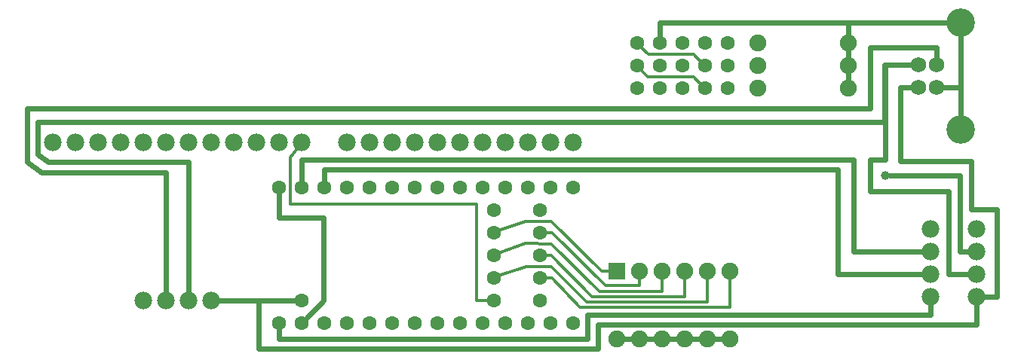
<source format=gtl>
G04 MADE WITH FRITZING*
G04 WWW.FRITZING.ORG*
G04 DOUBLE SIDED*
G04 HOLES PLATED*
G04 CONTOUR ON CENTER OF CONTOUR VECTOR*
%ASAXBY*%
%FSLAX23Y23*%
%MOIN*%
%OFA0B0*%
%SFA1.0B1.0*%
%ADD10C,0.039370*%
%ADD11C,0.078000*%
%ADD12C,0.075000*%
%ADD13C,0.062992*%
%ADD14C,0.068000*%
%ADD15C,0.126000*%
%ADD16R,0.075000X0.075000*%
%ADD17C,0.024000*%
%ADD18C,0.012000*%
%LNCOPPER1*%
G90*
G70*
G54D10*
X3963Y808D03*
G54D11*
X683Y257D03*
X783Y257D03*
X883Y257D03*
X983Y257D03*
X283Y957D03*
X383Y957D03*
X483Y957D03*
X583Y957D03*
X683Y957D03*
X783Y957D03*
X883Y957D03*
X983Y957D03*
X1083Y957D03*
X1183Y957D03*
X1283Y957D03*
X1383Y957D03*
X1583Y957D03*
X1683Y957D03*
X1783Y957D03*
X1883Y957D03*
X1983Y957D03*
X2083Y957D03*
X2183Y957D03*
X2283Y957D03*
X2383Y957D03*
X2483Y957D03*
X2583Y957D03*
G54D12*
X2777Y386D03*
X2777Y86D03*
X2877Y386D03*
X2877Y86D03*
X2977Y386D03*
X2977Y86D03*
X3077Y386D03*
X3077Y86D03*
X3177Y386D03*
X3177Y86D03*
X3277Y386D03*
X3277Y86D03*
X2777Y386D03*
X2777Y86D03*
X2877Y386D03*
X2877Y86D03*
X2977Y386D03*
X2977Y86D03*
X3077Y386D03*
X3077Y86D03*
X3177Y386D03*
X3177Y86D03*
X3277Y386D03*
X3277Y86D03*
G54D13*
X1284Y157D03*
X1384Y157D03*
X1484Y157D03*
X1584Y157D03*
X1684Y157D03*
X1784Y157D03*
X1884Y157D03*
X1984Y157D03*
X2084Y157D03*
X2184Y157D03*
X2284Y157D03*
X2384Y157D03*
X2484Y157D03*
X2584Y157D03*
X1284Y157D03*
X1384Y157D03*
X1484Y157D03*
X1584Y157D03*
X1684Y157D03*
X1784Y157D03*
X1884Y157D03*
X1984Y157D03*
X2084Y157D03*
X2184Y157D03*
X2284Y157D03*
X2384Y157D03*
X2484Y157D03*
X2584Y157D03*
X1283Y757D03*
X1383Y757D03*
X1483Y757D03*
X1583Y757D03*
X1683Y757D03*
X1783Y757D03*
X1883Y757D03*
X1983Y757D03*
X2083Y757D03*
X2183Y757D03*
X2283Y757D03*
X2383Y757D03*
X2483Y757D03*
X2583Y757D03*
X1283Y757D03*
X1383Y757D03*
X1483Y757D03*
X1583Y757D03*
X1683Y757D03*
X1783Y757D03*
X1883Y757D03*
X1983Y757D03*
X2083Y757D03*
X2183Y757D03*
X2283Y757D03*
X2383Y757D03*
X2483Y757D03*
X2583Y757D03*
X2233Y656D03*
X2233Y556D03*
X2233Y456D03*
X2233Y356D03*
X2233Y256D03*
X2233Y656D03*
X2233Y556D03*
X2233Y456D03*
X2233Y356D03*
X2233Y256D03*
X2436Y657D03*
X2436Y557D03*
X2436Y457D03*
X2436Y357D03*
X2436Y257D03*
X2436Y657D03*
X2436Y557D03*
X2436Y457D03*
X2436Y357D03*
X2436Y257D03*
X1383Y256D03*
X1383Y256D03*
G54D14*
X4110Y1200D03*
X4110Y1298D03*
X4188Y1298D03*
X4188Y1200D03*
G54D15*
X4295Y1012D03*
X4295Y1486D03*
G54D14*
X4110Y1200D03*
X4110Y1298D03*
X4188Y1298D03*
X4188Y1200D03*
G54D15*
X4295Y1012D03*
X4295Y1486D03*
G54D13*
X3265Y1195D03*
X3165Y1195D03*
X3065Y1195D03*
X2965Y1195D03*
X2865Y1195D03*
X3265Y1195D03*
X3165Y1195D03*
X3065Y1195D03*
X2965Y1195D03*
X2865Y1195D03*
X3265Y1295D03*
X3165Y1295D03*
X3065Y1295D03*
X2965Y1295D03*
X2865Y1295D03*
X3265Y1295D03*
X3165Y1295D03*
X3065Y1295D03*
X2965Y1295D03*
X2865Y1295D03*
X3265Y1395D03*
X3165Y1395D03*
X3065Y1395D03*
X2965Y1395D03*
X2865Y1395D03*
X3265Y1395D03*
X3165Y1395D03*
X3065Y1395D03*
X2965Y1395D03*
X2865Y1395D03*
G54D12*
X3398Y1195D03*
X3798Y1195D03*
X3398Y1195D03*
X3798Y1195D03*
X3399Y1297D03*
X3799Y1297D03*
X3399Y1297D03*
X3799Y1297D03*
X3399Y1395D03*
X3799Y1395D03*
X3399Y1395D03*
X3799Y1395D03*
G54D11*
X4164Y571D03*
X4164Y471D03*
X4164Y371D03*
X4164Y271D03*
X4367Y571D03*
X4367Y471D03*
X4367Y371D03*
X4367Y271D03*
G54D16*
X2777Y386D03*
X2777Y386D03*
G54D17*
X3961Y1298D02*
X4085Y1298D01*
D02*
X4028Y1200D02*
X4028Y871D01*
G54D18*
D02*
X2157Y256D02*
X2212Y256D01*
D02*
X2157Y681D02*
X2157Y256D01*
D02*
X1333Y681D02*
X2157Y681D01*
D02*
X1333Y890D02*
X1333Y681D01*
D02*
X1369Y937D02*
X1333Y890D01*
G54D17*
D02*
X4241Y1486D02*
X2965Y1486D01*
D02*
X2965Y1486D02*
X2965Y1422D01*
D02*
X3799Y1486D02*
X3799Y1423D01*
D02*
X4241Y1486D02*
X3799Y1486D01*
D02*
X4164Y192D02*
X4164Y240D01*
D02*
X2646Y192D02*
X4164Y192D01*
D02*
X2646Y86D02*
X2646Y192D01*
D02*
X1284Y86D02*
X2646Y86D01*
D02*
X1284Y130D02*
X1284Y86D01*
D02*
X2693Y150D02*
X4367Y150D01*
D02*
X4367Y150D02*
X4367Y240D01*
D02*
X2693Y42D02*
X2693Y150D01*
D02*
X1194Y256D02*
X1194Y42D01*
D02*
X1194Y42D02*
X2693Y42D01*
D02*
X1356Y256D02*
X1194Y256D01*
D02*
X1283Y623D02*
X1283Y730D01*
D02*
X1480Y623D02*
X1283Y623D01*
D02*
X1480Y257D02*
X1480Y623D01*
D02*
X1403Y176D02*
X1480Y257D01*
D02*
X233Y823D02*
X169Y868D01*
D02*
X783Y823D02*
X233Y823D01*
D02*
X169Y868D02*
X169Y1106D01*
D02*
X169Y1106D02*
X3896Y1106D01*
D02*
X3896Y1106D02*
X3896Y1374D01*
D02*
X3896Y1374D02*
X4188Y1374D01*
D02*
X4188Y1374D02*
X4188Y1323D01*
D02*
X216Y903D02*
X264Y870D01*
D02*
X264Y870D02*
X883Y870D01*
D02*
X216Y1046D02*
X216Y903D01*
D02*
X3960Y1046D02*
X216Y1046D01*
D02*
X3960Y1298D02*
X3960Y1046D01*
D02*
X4085Y1298D02*
X3960Y1298D01*
D02*
X883Y870D02*
X883Y287D01*
D02*
X783Y823D02*
X783Y287D01*
D02*
X1356Y256D02*
X1013Y257D01*
D02*
X4028Y1200D02*
X4085Y1200D01*
D02*
X4295Y1066D02*
X4295Y1432D01*
D02*
X4295Y1200D02*
X4213Y1200D01*
D02*
X4295Y1066D02*
X4295Y1200D01*
G54D18*
D02*
X2489Y357D02*
X2614Y225D01*
D02*
X2614Y225D02*
X3277Y225D01*
D02*
X3277Y225D02*
X3277Y362D01*
D02*
X2457Y357D02*
X2489Y357D01*
D02*
X2487Y407D02*
X2375Y407D01*
D02*
X2641Y249D02*
X2487Y407D01*
D02*
X2375Y407D02*
X2253Y364D01*
D02*
X3177Y249D02*
X2641Y249D01*
D02*
X3177Y362D02*
X3177Y249D01*
D02*
X2487Y455D02*
X2457Y456D01*
D02*
X2667Y273D02*
X2487Y455D01*
D02*
X3077Y273D02*
X2667Y273D01*
D02*
X3077Y362D02*
X3077Y273D01*
D02*
X2700Y296D02*
X2977Y296D01*
D02*
X2486Y507D02*
X2700Y296D01*
D02*
X2373Y509D02*
X2486Y507D01*
D02*
X2977Y296D02*
X2977Y362D01*
D02*
X2253Y464D02*
X2373Y509D01*
D02*
X2489Y557D02*
X2457Y557D01*
D02*
X2727Y322D02*
X2489Y557D01*
D02*
X2877Y322D02*
X2727Y322D01*
D02*
X2877Y362D02*
X2877Y322D01*
D02*
X2710Y385D02*
X2486Y607D01*
D02*
X2373Y607D02*
X2253Y564D01*
D02*
X2486Y607D02*
X2373Y607D01*
D02*
X2754Y385D02*
X2710Y385D01*
D02*
X2913Y1246D02*
X3115Y1244D01*
D02*
X3115Y1244D02*
X3150Y1210D01*
D02*
X2880Y1280D02*
X2913Y1246D01*
D02*
X2915Y1346D02*
X3115Y1346D01*
D02*
X3115Y1346D02*
X3150Y1310D01*
D02*
X2880Y1380D02*
X2915Y1346D01*
G54D17*
D02*
X3248Y86D02*
X3205Y86D01*
D02*
X3148Y86D02*
X3105Y86D01*
D02*
X3048Y86D02*
X3005Y86D01*
D02*
X2948Y86D02*
X2905Y86D01*
D02*
X2848Y86D02*
X2805Y86D01*
D02*
X3799Y1366D02*
X3799Y1325D01*
D02*
X3799Y1268D02*
X3798Y1224D01*
D02*
X1383Y879D02*
X1383Y783D01*
D02*
X3824Y879D02*
X1383Y879D01*
D02*
X3824Y471D02*
X3824Y879D01*
D02*
X4134Y471D02*
X3824Y471D01*
D02*
X1483Y834D02*
X1483Y783D01*
D02*
X3754Y371D02*
X3754Y834D01*
D02*
X3754Y834D02*
X1483Y834D01*
D02*
X4134Y371D02*
X3754Y371D01*
D02*
X4293Y471D02*
X4337Y471D01*
D02*
X4293Y808D02*
X4293Y471D01*
D02*
X3982Y808D02*
X4293Y808D01*
D02*
X3897Y879D02*
X3897Y740D01*
D02*
X3961Y879D02*
X3897Y879D01*
D02*
X3961Y1298D02*
X3961Y879D01*
D02*
X3897Y740D02*
X4244Y740D01*
D02*
X4244Y740D02*
X4244Y371D01*
D02*
X4244Y371D02*
X4337Y371D01*
D02*
X4342Y871D02*
X4028Y871D01*
D02*
X4456Y659D02*
X4342Y659D01*
D02*
X4342Y659D02*
X4342Y871D01*
D02*
X4456Y271D02*
X4456Y659D01*
D02*
X4397Y271D02*
X4456Y271D01*
G04 End of Copper1*
M02*
</source>
